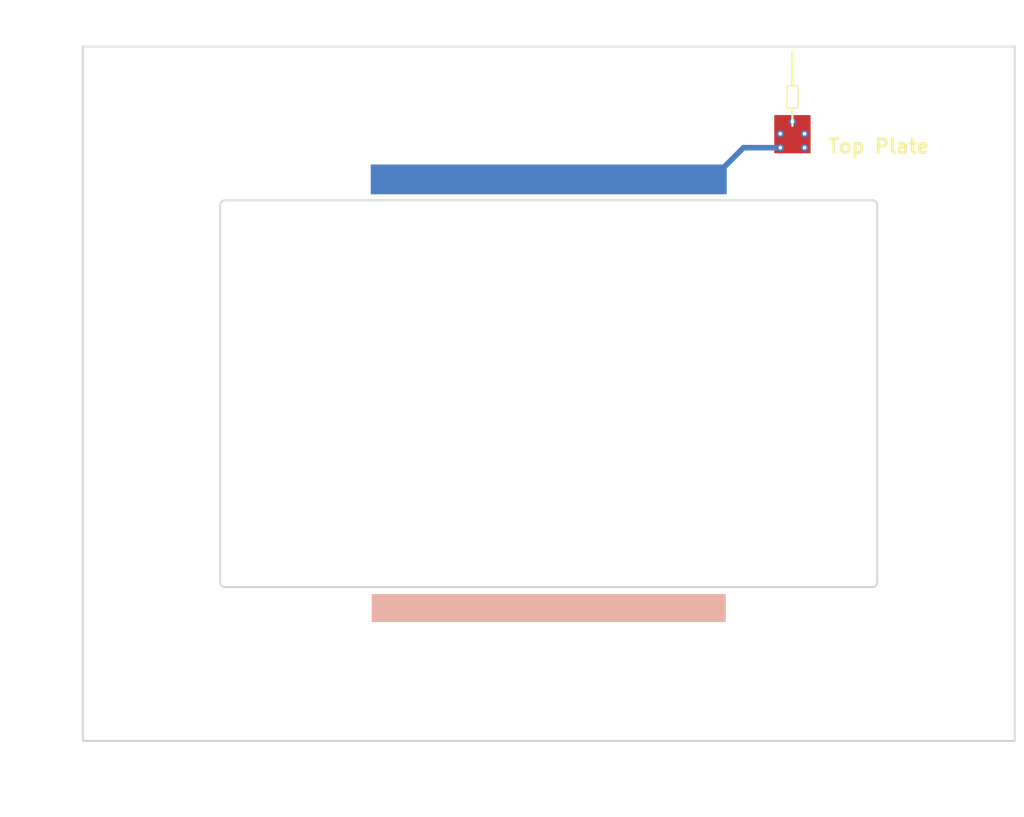
<source format=kicad_pcb>
(kicad_pcb (version 20211014) (generator pcbnew)
  (layers (0 "F.Cu" signal) (31 "B.Cu" signal) (34 "B.Paste" user) (35 "F.Paste" user) (36 "B.SilkS" user "B.Silkscreen") (37 "F.SilkS" user "F.Silkscreen") (38 "B.Mask" user) (39 "F.Mask" user) (44 "Edge.Cuts" user))
  (net 0 "")
  (net 1 "Net-(J1-Pad1)")
  (footprint "MountingHole:MountingHole_2.5mm" (layer "F.Cu") (at 209.75 58)
    (fp_text reference "H1" hide)
    (fp_text value "MountingHole" hide)
    (pad "" np_thru_hole circle locked (at 0 0) (size 2.5 2.5) (drill 2.5) (layers *.Cu *.Mask))
  )
  (footprint "MountingHole:MountingHole_2.5mm" (layer "F.Cu") (at 119.75 122)
    (fp_text reference "H2" hide)
    (fp_text value "MountingHole" hide)
    (pad "" np_thru_hole circle locked (at 0 0) (size 2.5 2.5) (drill 2.5) (layers *.Cu *.Mask))
  )
  (footprint "MountingHole:MountingHole_2.5mm" (layer "F.Cu") (at 119.75 58)
    (fp_text reference "H3" hide)
    (fp_text value "MountingHole" hide)
    (pad "" np_thru_hole circle locked (at 0 0) (size 2.5 2.5) (drill 2.5) (layers *.Cu *.Mask))
  )
  (footprint "MountingHole:MountingHole_2.5mm" (layer "F.Cu") (at 209.75 122)
    (fp_text reference "H4" hide)
    (fp_text value "MountingHole" hide)
    (pad "" np_thru_hole circle locked (at 0 0) (size 2.5 2.5) (drill 2.5) (layers *.Cu *.Mask))
  )
  (footprint "cover_50x50:Header1_RA" (layer "F.Cu") (at 190.9 63.1 -90)
    (fp_text reference "J1" hide)
    (fp_text value "Conn_01x01" hide)
    (fp_line (start -3.5 -0.6) (end -3.5 0.6) (layer "F.SilkS") (width 0.12))
    (fp_line (start -3.5 0.6) (end -5.9 0.6) (layer "F.SilkS") (width 0.12))
    (fp_line (start -5.9 -0.6) (end -3.5 -0.6) (layer "F.SilkS") (width 0.12))
    (fp_line (start -5.9 0) (end -9.5 0) (layer "F.SilkS") (width 0.25))
    (fp_line (start -3.5 -0.6) (end -3.5 -0.6) (layer "F.SilkS") (width 0.12))
    (fp_line (start -3.5 0) (end -1.6 0) (layer "F.SilkS") (width 0.25))
    (fp_line (start -5.9 0.6) (end -5.9 -0.6) (layer "F.SilkS") (width 0.12))
    (pad "1" smd rect locked (at 0 0 270) (size 2 1.2) (layers "F.Cu" "F.Paste" "F.Mask") (net 1 "Net-(J1-Pad1)"))
  )
  (footprint "MountingHole:MountingHole_3.5mm" (layer "F.Cu") (at 120.75 90.25)
    (fp_text reference "H6" hide)
    (fp_text value "MountingHole" hide)
    (pad "" np_thru_hole circle locked (at 0 0) (size 3.5 3.5) (drill 3.5) (layers *.Cu *.Mask))
  )
  (footprint "MountingHole:MountingHole_3.5mm" (layer "F.Cu") (at 208.75 90.25)
    (fp_text reference "H5" hide)
    (fp_text value "MountingHole" hide)
    (pad "" np_thru_hole circle locked (at 0 0) (size 3.5 3.5) (drill 3.5) (layers *.Cu *.Mask))
  )
  (gr_poly (pts (xy 192.8 64.4) (xy 189 64.4) (xy 189 60.4) (xy 192.8 60.4)) (layer "F.Cu") (width 0.1) (fill solid))
  (gr_poly (pts (xy 183.8 68.8) (xy 145.7 68.8) (xy 145.7 65.7) (xy 183.8 65.7)) (layer "B.Cu") (width 0.1) (fill solid))
  (gr_poly (pts (xy 183.7 114.7) (xy 145.8 114.7) (xy 145.8 111.8) (xy 183.7 111.8)) (layer "B.SilkS") (width 0.1) (fill solid))
  (gr_arc (start 199.999999 110.5) (mid 199.853552 110.853553) (end 199.499999 111) (layer "Edge.Cuts") (width 0.2))
  (gr_line (start 129.5 110.499999) (end 129.5 69.999999) (layer "Edge.Cuts") (width 0.2))
  (gr_arc (start 129.5 69.999999) (mid 129.646447 69.646446) (end 130 69.499999) (layer "Edge.Cuts") (width 0.2))
  (gr_arc (start 199.5 69.5) (mid 199.853553 69.646447) (end 200 70) (layer "Edge.Cuts") (width 0.2))
  (gr_line (start 199.499999 111) (end 130 110.999999) (layer "Edge.Cuts") (width 0.2))
  (gr_arc (start 130 110.999999) (mid 129.646447 110.853552) (end 129.5 110.499999) (layer "Edge.Cuts") (width 0.2))
  (gr_line (start 214.75 127.499999) (end 114.75 127.499998) (layer "Edge.Cuts") (width 0.2))
  (gr_line (start 214.75 52.999999) (end 214.75 127.499999) (layer "Edge.Cuts") (width 0.2))
  (gr_line (start 200 70) (end 199.999999 110.5) (layer "Edge.Cuts") (width 0.2))
  (gr_line (start 130 69.499999) (end 199.5 69.5) (layer "Edge.Cuts") (width 0.2))
  (gr_line (start 114.75 52.999999) (end 214.75 52.999999) (layer "Edge.Cuts") (width 0.2))
  (gr_line (start 114.75 127.499998) (end 114.75 52.999999) (layer "Edge.Cuts") (width 0.2))
  (gr_text "Top Plate" (at 200.15 63.7) (layer "F.SilkS") (effects (font (size 1.5 1.5) (thickness 0.3))))
  (via (at 189.6 62.35) (size 0.8) (drill 0.4) (layers "F.Cu" "B.Cu") (net 0))
  (via (at 189.6 63.85) (size 0.8) (drill 0.4) (layers "F.Cu" "B.Cu") (net 0))
  (via (at 192.2 62.35) (size 0.8) (drill 0.4) (layers "F.Cu" "B.Cu") (net 0))
  (via (at 190.9 61.05) (size 0.8) (drill 0.4) (layers "F.Cu" "B.Cu") (net 0))
  (via (at 192.2 63.85) (size 0.8) (drill 0.4) (layers "F.Cu" "B.Cu") (net 0))
  (segment (start 189.6 63.85) (end 185.65 63.85) (width 0.6) (layer "B.Cu") (net 0))
  (segment (start 185.65 63.85) (end 183.4 66.1) (width 0.6) (layer "B.Cu") (net 0))
)
</source>
